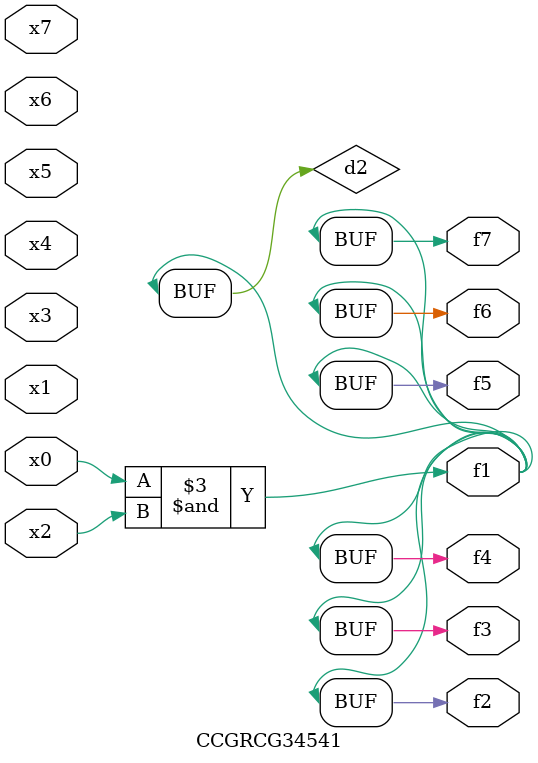
<source format=v>
module CCGRCG34541(
	input x0, x1, x2, x3, x4, x5, x6, x7,
	output f1, f2, f3, f4, f5, f6, f7
);

	wire d1, d2;

	nor (d1, x3, x6);
	and (d2, x0, x2);
	assign f1 = d2;
	assign f2 = d2;
	assign f3 = d2;
	assign f4 = d2;
	assign f5 = d2;
	assign f6 = d2;
	assign f7 = d2;
endmodule

</source>
